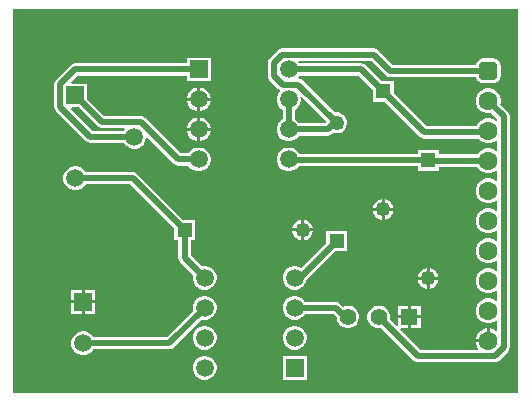
<source format=gbr>
%TF.GenerationSoftware,Altium Limited,Altium Designer,24.10.1 (45)*%
G04 Layer_Physical_Order=2*
G04 Layer_Color=16711680*
%FSLAX45Y45*%
%MOMM*%
%TF.SameCoordinates,84579A9D-6CBE-44F1-8994-53D447095AA9*%
%TF.FilePolarity,Positive*%
%TF.FileFunction,Copper,L2,Bot,Signal*%
%TF.Part,Single*%
G01*
G75*
%TA.AperFunction,Conductor*%
%ADD10C,0.50800*%
%TA.AperFunction,ComponentPad*%
%ADD11R,1.50000X1.50000*%
%ADD12C,1.50000*%
%ADD13R,1.25000X1.25000*%
%ADD14C,1.25000*%
%ADD15R,1.50800X1.50800*%
%ADD16C,1.50800*%
%ADD17R,1.25000X1.25000*%
%ADD18C,1.60000*%
G04:AMPARAMS|DCode=19|XSize=1.6mm|YSize=1.6mm|CornerRadius=0.4mm|HoleSize=0mm|Usage=FLASHONLY|Rotation=270.000|XOffset=0mm|YOffset=0mm|HoleType=Round|Shape=RoundedRectangle|*
%AMROUNDEDRECTD19*
21,1,1.60000,0.80000,0,0,270.0*
21,1,0.80000,1.60000,0,0,270.0*
1,1,0.80000,-0.40000,-0.40000*
1,1,0.80000,-0.40000,0.40000*
1,1,0.80000,0.40000,0.40000*
1,1,0.80000,0.40000,-0.40000*
%
%ADD19ROUNDEDRECTD19*%
%ADD20C,1.40000*%
%ADD21R,1.40000X1.40000*%
G36*
X4279900Y0D02*
X0D01*
Y3251200D01*
X4279900D01*
Y0D01*
D02*
G37*
%LPC*%
G36*
X1675200Y2843600D02*
X1474400D01*
Y2794995D01*
X528058D01*
X508237Y2791053D01*
X491433Y2779825D01*
X367575Y2655967D01*
X356347Y2639163D01*
X352405Y2619342D01*
Y2426458D01*
X356347Y2406637D01*
X367575Y2389833D01*
X621133Y2136275D01*
X637937Y2125047D01*
X657758Y2121105D01*
X943910D01*
X949740Y2111007D01*
X968508Y2092240D01*
X991493Y2078969D01*
X1017130Y2072100D01*
X1043671D01*
X1069307Y2078969D01*
X1092292Y2092240D01*
X1111060Y2111007D01*
X1124330Y2133993D01*
X1131200Y2159629D01*
Y2160731D01*
X1142933Y2165591D01*
X1363949Y1944575D01*
X1380752Y1933347D01*
X1400574Y1929405D01*
X1488772D01*
X1494460Y1919553D01*
X1513153Y1900860D01*
X1536047Y1887642D01*
X1561582Y1880800D01*
X1588018D01*
X1613553Y1887642D01*
X1636447Y1900860D01*
X1655140Y1919553D01*
X1668358Y1942447D01*
X1675200Y1967982D01*
Y1994418D01*
X1668358Y2019953D01*
X1655140Y2042847D01*
X1636447Y2061540D01*
X1613553Y2074758D01*
X1588018Y2081600D01*
X1561582D01*
X1536047Y2074758D01*
X1513153Y2061540D01*
X1494460Y2042847D01*
X1488772Y2032995D01*
X1422028D01*
X1119298Y2335725D01*
X1102495Y2346953D01*
X1082674Y2350895D01*
X775654D01*
X631200Y2495350D01*
Y2623700D01*
X498401D01*
X493541Y2635433D01*
X549512Y2691405D01*
X1474400D01*
Y2642800D01*
X1675200D01*
Y2843600D01*
D02*
G37*
G36*
X3059301Y2920795D02*
X2284692D01*
X2264871Y2916853D01*
X2248067Y2905625D01*
X2174375Y2831933D01*
X2163147Y2815129D01*
X2159205Y2795308D01*
Y2691092D01*
X2163147Y2671271D01*
X2174375Y2654467D01*
X2250467Y2578375D01*
X2259795Y2572143D01*
X2261871Y2556258D01*
X2256460Y2550847D01*
X2243242Y2527953D01*
X2236400Y2502418D01*
Y2475982D01*
X2243242Y2450447D01*
X2256460Y2427553D01*
X2275153Y2408860D01*
X2285005Y2403172D01*
Y2321228D01*
X2275153Y2315540D01*
X2256460Y2296847D01*
X2243242Y2273953D01*
X2236400Y2248418D01*
Y2221982D01*
X2243242Y2196447D01*
X2256460Y2173553D01*
X2275153Y2154860D01*
X2298047Y2141642D01*
X2323582Y2134800D01*
X2350018D01*
X2375553Y2141642D01*
X2398447Y2154860D01*
X2417140Y2173553D01*
X2422828Y2183405D01*
X2667622D01*
X2687443Y2187347D01*
X2704246Y2198575D01*
X2713365Y2207694D01*
X2731628Y2202800D01*
X2754772D01*
X2777128Y2208790D01*
X2797172Y2220363D01*
X2813537Y2236728D01*
X2825110Y2256772D01*
X2831100Y2279128D01*
Y2302272D01*
X2825110Y2324628D01*
X2813537Y2344672D01*
X2797172Y2361037D01*
X2777128Y2372610D01*
X2754772Y2378600D01*
X2731628D01*
X2729200Y2377950D01*
X2455525Y2651625D01*
X2438721Y2662853D01*
X2420104Y2666556D01*
X2416800Y2671865D01*
X2414062Y2678475D01*
X2417140Y2681553D01*
X2422828Y2691405D01*
X2929646D01*
X3049000Y2572051D01*
Y2469500D01*
X3151550D01*
X3447875Y2173175D01*
X3464679Y2161947D01*
X3484500Y2158005D01*
X3941431D01*
X3941559Y2157783D01*
X3961183Y2138159D01*
X3985217Y2124283D01*
X4012024Y2117100D01*
X4039776D01*
X4066583Y2124283D01*
X4090617Y2138159D01*
X4093172Y2140714D01*
X4104905Y2135853D01*
Y2055147D01*
X4093172Y2050286D01*
X4090617Y2052841D01*
X4066583Y2066717D01*
X4039776Y2073900D01*
X4012024D01*
X3985217Y2066717D01*
X3961183Y2052841D01*
X3941559Y2033217D01*
X3935455Y2022645D01*
X3605800D01*
Y2061100D01*
X3430000D01*
Y2028995D01*
X2425137D01*
X2417140Y2042847D01*
X2398447Y2061540D01*
X2375553Y2074758D01*
X2350018Y2081600D01*
X2323582D01*
X2298047Y2074758D01*
X2275153Y2061540D01*
X2256460Y2042847D01*
X2243242Y2019953D01*
X2236400Y1994418D01*
Y1967982D01*
X2243242Y1942447D01*
X2256460Y1919553D01*
X2275153Y1900860D01*
X2298047Y1887642D01*
X2323582Y1880800D01*
X2350018D01*
X2375553Y1887642D01*
X2398447Y1900860D01*
X2417140Y1919553D01*
X2420519Y1925405D01*
X3430000D01*
Y1885300D01*
X3605800D01*
Y1919055D01*
X3932742D01*
X3941559Y1903783D01*
X3961183Y1884159D01*
X3985217Y1870283D01*
X4012024Y1863100D01*
X4039776D01*
X4066583Y1870283D01*
X4090617Y1884159D01*
X4093172Y1886714D01*
X4104905Y1881853D01*
Y1801147D01*
X4093172Y1796286D01*
X4090617Y1798841D01*
X4066583Y1812717D01*
X4039776Y1819900D01*
X4012024D01*
X3985217Y1812717D01*
X3961183Y1798841D01*
X3941559Y1779217D01*
X3927683Y1755183D01*
X3920500Y1728376D01*
Y1700624D01*
X3927683Y1673817D01*
X3941559Y1649783D01*
X3961183Y1630159D01*
X3985217Y1616283D01*
X4012024Y1609100D01*
X4039776D01*
X4066583Y1616283D01*
X4090617Y1630159D01*
X4093172Y1632714D01*
X4104905Y1627853D01*
Y1547147D01*
X4093172Y1542286D01*
X4090617Y1544841D01*
X4066583Y1558717D01*
X4039776Y1565900D01*
X4012024D01*
X3985217Y1558717D01*
X3961183Y1544841D01*
X3941559Y1525217D01*
X3927683Y1501183D01*
X3920500Y1474376D01*
Y1446624D01*
X3927683Y1419817D01*
X3941559Y1395783D01*
X3961183Y1376159D01*
X3985217Y1362283D01*
X4012024Y1355100D01*
X4039776D01*
X4066583Y1362283D01*
X4090617Y1376159D01*
X4093172Y1378714D01*
X4104905Y1373853D01*
Y1293147D01*
X4093172Y1288286D01*
X4090617Y1290841D01*
X4066583Y1304717D01*
X4039776Y1311900D01*
X4012024D01*
X3985217Y1304717D01*
X3961183Y1290841D01*
X3941559Y1271217D01*
X3927683Y1247183D01*
X3920500Y1220376D01*
Y1192624D01*
X3927683Y1165817D01*
X3941559Y1141783D01*
X3961183Y1122159D01*
X3985217Y1108283D01*
X4012024Y1101100D01*
X4039776D01*
X4066583Y1108283D01*
X4090617Y1122159D01*
X4093172Y1124714D01*
X4104905Y1119853D01*
Y1039147D01*
X4093172Y1034286D01*
X4090617Y1036841D01*
X4066583Y1050717D01*
X4039776Y1057900D01*
X4012024D01*
X3985217Y1050717D01*
X3961183Y1036841D01*
X3941559Y1017217D01*
X3927683Y993183D01*
X3920500Y966376D01*
Y938624D01*
X3927683Y911817D01*
X3941559Y887783D01*
X3961183Y868159D01*
X3985217Y854283D01*
X4012024Y847100D01*
X4039776D01*
X4066583Y854283D01*
X4090617Y868159D01*
X4093172Y870714D01*
X4104905Y865853D01*
Y785147D01*
X4093172Y780286D01*
X4090617Y782841D01*
X4066583Y796717D01*
X4039776Y803900D01*
X4012024D01*
X3985217Y796717D01*
X3961183Y782841D01*
X3941559Y763217D01*
X3927683Y739183D01*
X3920500Y712376D01*
Y684624D01*
X3927683Y657817D01*
X3941559Y633783D01*
X3961183Y614159D01*
X3985217Y600283D01*
X4012024Y593100D01*
X4039776D01*
X4066583Y600283D01*
X4090617Y614159D01*
X4093172Y616714D01*
X4104905Y611853D01*
Y531147D01*
X4093172Y526286D01*
X4090617Y528841D01*
X4066583Y542717D01*
X4039776Y549900D01*
X4038600D01*
Y444500D01*
X4025900D01*
Y431800D01*
X3920500D01*
Y430624D01*
X3927683Y403817D01*
X3941559Y379783D01*
X3944114Y377228D01*
X3939253Y365495D01*
X3454254D01*
X3279183Y540567D01*
X3284043Y552300D01*
X3346100D01*
Y635000D01*
X3263400D01*
Y572943D01*
X3251667Y568083D01*
X3192173Y627576D01*
X3194200Y635140D01*
Y660260D01*
X3187698Y684523D01*
X3175139Y706277D01*
X3157377Y724039D01*
X3135623Y736598D01*
X3111360Y743100D01*
X3086240D01*
X3061977Y736598D01*
X3040223Y724039D01*
X3022461Y706277D01*
X3009902Y684523D01*
X3003400Y660260D01*
Y635140D01*
X3009902Y610877D01*
X3022461Y589123D01*
X3040223Y571361D01*
X3061977Y558802D01*
X3086240Y552300D01*
X3111360D01*
X3118924Y554327D01*
X3396175Y277075D01*
X3412979Y265847D01*
X3432800Y261904D01*
X3432801Y261905D01*
X4080079D01*
X4099900Y265847D01*
X4116704Y277075D01*
X4193325Y353696D01*
X4204553Y370500D01*
X4208495Y390321D01*
Y2345700D01*
X4204553Y2365521D01*
X4193325Y2382325D01*
X4127438Y2448212D01*
X4131300Y2462624D01*
Y2490376D01*
X4124117Y2517183D01*
X4110241Y2541217D01*
X4090617Y2560841D01*
X4066583Y2574717D01*
X4039776Y2581900D01*
X4012024D01*
X3985217Y2574717D01*
X3961183Y2560841D01*
X3941559Y2541217D01*
X3927683Y2517183D01*
X3920500Y2490376D01*
Y2462624D01*
X3927683Y2435817D01*
X3941559Y2411783D01*
X3961183Y2392159D01*
X3985217Y2378283D01*
X4012024Y2371100D01*
X4039776D01*
X4054188Y2374962D01*
X4104905Y2324246D01*
Y2309147D01*
X4093172Y2304286D01*
X4090617Y2306841D01*
X4066583Y2320717D01*
X4039776Y2327900D01*
X4012024D01*
X3985217Y2320717D01*
X3961183Y2306841D01*
X3941559Y2287217D01*
X3927683Y2263183D01*
X3927258Y2261595D01*
X3505954D01*
X3224800Y2542750D01*
Y2645300D01*
X3122249D01*
X2987725Y2779825D01*
X2970921Y2791053D01*
X2951100Y2794995D01*
X2422828D01*
X2417140Y2804847D01*
X2416515Y2805472D01*
X2421376Y2817205D01*
X3037847D01*
X3161177Y2693875D01*
X3177980Y2682647D01*
X3197802Y2678705D01*
X3921489D01*
X3922183Y2673427D01*
X3928773Y2657518D01*
X3939256Y2643856D01*
X3952918Y2633373D01*
X3968827Y2626783D01*
X3985900Y2624536D01*
X4065900D01*
X4082973Y2626783D01*
X4098882Y2633373D01*
X4112544Y2643856D01*
X4123027Y2657518D01*
X4129617Y2673427D01*
X4131864Y2690500D01*
Y2770500D01*
X4129617Y2787573D01*
X4123027Y2803482D01*
X4112544Y2817144D01*
X4098882Y2827627D01*
X4082973Y2834217D01*
X4065900Y2836464D01*
X3985900D01*
X3968827Y2834217D01*
X3952918Y2827627D01*
X3939256Y2817144D01*
X3928773Y2803482D01*
X3922183Y2787573D01*
X3921489Y2782295D01*
X3219256D01*
X3095926Y2905625D01*
X3079123Y2916853D01*
X3059301Y2920795D01*
D02*
G37*
G36*
X1588018Y2589600D02*
X1587500D01*
Y2501900D01*
X1675200D01*
Y2502418D01*
X1668358Y2527953D01*
X1655140Y2550847D01*
X1636447Y2569540D01*
X1613553Y2582758D01*
X1588018Y2589600D01*
D02*
G37*
G36*
X1562100D02*
X1561582D01*
X1536047Y2582758D01*
X1513153Y2569540D01*
X1494460Y2550847D01*
X1481242Y2527953D01*
X1474400Y2502418D01*
Y2501900D01*
X1562100D01*
Y2589600D01*
D02*
G37*
G36*
X1675200Y2476500D02*
X1587500D01*
Y2388800D01*
X1588018D01*
X1613553Y2395642D01*
X1636447Y2408860D01*
X1655140Y2427553D01*
X1668358Y2450447D01*
X1675200Y2475982D01*
Y2476500D01*
D02*
G37*
G36*
X1562100D02*
X1474400D01*
Y2475982D01*
X1481242Y2450447D01*
X1494460Y2427553D01*
X1513153Y2408860D01*
X1536047Y2395642D01*
X1561582Y2388800D01*
X1562100D01*
Y2476500D01*
D02*
G37*
G36*
X1588018Y2335600D02*
X1587500D01*
Y2247900D01*
X1675200D01*
Y2248418D01*
X1668358Y2273953D01*
X1655140Y2296847D01*
X1636447Y2315540D01*
X1613553Y2328758D01*
X1588018Y2335600D01*
D02*
G37*
G36*
X1562100D02*
X1561582D01*
X1536047Y2328758D01*
X1513153Y2315540D01*
X1494460Y2296847D01*
X1481242Y2273953D01*
X1474400Y2248418D01*
Y2247900D01*
X1562100D01*
Y2335600D01*
D02*
G37*
G36*
X1675200Y2222500D02*
X1587500D01*
Y2134800D01*
X1588018D01*
X1613553Y2141642D01*
X1636447Y2154860D01*
X1655140Y2173553D01*
X1668358Y2196447D01*
X1675200Y2221982D01*
Y2222500D01*
D02*
G37*
G36*
X1562100D02*
X1474400D01*
Y2221982D01*
X1481242Y2196447D01*
X1494460Y2173553D01*
X1513153Y2154860D01*
X1536047Y2141642D01*
X1561582Y2134800D01*
X1562100D01*
Y2222500D01*
D02*
G37*
G36*
X3149600Y1644998D02*
Y1570100D01*
X3224498D01*
X3218810Y1591328D01*
X3207237Y1611372D01*
X3190872Y1627737D01*
X3170828Y1639310D01*
X3149600Y1644998D01*
D02*
G37*
G36*
X3124200D02*
X3102972Y1639310D01*
X3082928Y1627737D01*
X3066563Y1611372D01*
X3054990Y1591328D01*
X3049302Y1570100D01*
X3124200D01*
Y1644998D01*
D02*
G37*
G36*
X3224498Y1544700D02*
X3149600D01*
Y1469802D01*
X3170828Y1475490D01*
X3190872Y1487063D01*
X3207237Y1503428D01*
X3218810Y1523472D01*
X3224498Y1544700D01*
D02*
G37*
G36*
X3124200D02*
X3049302D01*
X3054990Y1523472D01*
X3066563Y1503428D01*
X3082928Y1487063D01*
X3102972Y1475490D01*
X3124200Y1469802D01*
Y1544700D01*
D02*
G37*
G36*
X2468500Y1471898D02*
Y1397000D01*
X2543398D01*
X2537710Y1418228D01*
X2526137Y1438272D01*
X2509772Y1454637D01*
X2489728Y1466210D01*
X2468500Y1471898D01*
D02*
G37*
G36*
X2443100D02*
X2421872Y1466210D01*
X2401828Y1454637D01*
X2385463Y1438272D01*
X2373890Y1418228D01*
X2368202Y1397000D01*
X2443100D01*
Y1471898D01*
D02*
G37*
G36*
X2543398Y1371600D02*
X2468500D01*
Y1296702D01*
X2489728Y1302390D01*
X2509772Y1313963D01*
X2526137Y1330328D01*
X2537710Y1350372D01*
X2543398Y1371600D01*
D02*
G37*
G36*
X2443100D02*
X2368202D01*
X2373890Y1350372D01*
X2385463Y1330328D01*
X2401828Y1313963D01*
X2421872Y1302390D01*
X2443100Y1296702D01*
Y1371600D01*
D02*
G37*
G36*
X2831100Y1378600D02*
X2655300D01*
Y1276050D01*
X2441794Y1062543D01*
X2426353Y1071458D01*
X2400818Y1078300D01*
X2374382D01*
X2348847Y1071458D01*
X2325953Y1058240D01*
X2307260Y1039547D01*
X2294042Y1016653D01*
X2287200Y991118D01*
Y964682D01*
X2294042Y939147D01*
X2307260Y916253D01*
X2325953Y897560D01*
X2348847Y884342D01*
X2374382Y877500D01*
X2400818D01*
X2426353Y884342D01*
X2449247Y897560D01*
X2467940Y916253D01*
X2481158Y939147D01*
X2487110Y961360D01*
X2728550Y1202800D01*
X2831100D01*
Y1378600D01*
D02*
G37*
G36*
X3530600Y1060798D02*
Y985900D01*
X3605498D01*
X3599810Y1007128D01*
X3588237Y1027172D01*
X3571872Y1043537D01*
X3551828Y1055110D01*
X3530600Y1060798D01*
D02*
G37*
G36*
X3505200D02*
X3483972Y1055110D01*
X3463928Y1043537D01*
X3447563Y1027172D01*
X3435990Y1007128D01*
X3430302Y985900D01*
X3505200D01*
Y1060798D01*
D02*
G37*
G36*
X3605498Y960500D02*
X3530600D01*
Y885602D01*
X3551828Y891290D01*
X3571872Y902863D01*
X3588237Y919228D01*
X3599810Y939272D01*
X3605498Y960500D01*
D02*
G37*
G36*
X3505200D02*
X3430302D01*
X3435990Y939272D01*
X3447563Y919228D01*
X3463928Y902863D01*
X3483972Y891290D01*
X3505200Y885602D01*
Y960500D01*
D02*
G37*
G36*
X543670Y1923700D02*
X517130D01*
X491493Y1916831D01*
X468508Y1903560D01*
X449740Y1884793D01*
X436470Y1861807D01*
X429600Y1836171D01*
Y1809630D01*
X436470Y1783993D01*
X449740Y1761008D01*
X468508Y1742240D01*
X491493Y1728970D01*
X517130Y1722100D01*
X543670D01*
X569307Y1728970D01*
X592292Y1742240D01*
X611060Y1761008D01*
X616890Y1771105D01*
X995746D01*
X1367900Y1398950D01*
Y1296400D01*
X1404005D01*
Y1147700D01*
X1407947Y1127879D01*
X1419175Y1111075D01*
X1528144Y1002106D01*
X1525200Y991118D01*
Y964682D01*
X1532042Y939147D01*
X1545260Y916253D01*
X1563953Y897560D01*
X1586847Y884342D01*
X1612382Y877500D01*
X1638818D01*
X1664353Y884342D01*
X1687247Y897560D01*
X1705940Y916253D01*
X1719158Y939147D01*
X1726000Y964682D01*
Y991118D01*
X1719158Y1016653D01*
X1705940Y1039547D01*
X1687247Y1058240D01*
X1664353Y1071458D01*
X1638818Y1078300D01*
X1612382D01*
X1601394Y1075356D01*
X1507595Y1169154D01*
Y1296400D01*
X1543700D01*
Y1472200D01*
X1441150D01*
X1053825Y1859525D01*
X1037021Y1870753D01*
X1017200Y1874695D01*
X616890D01*
X611060Y1884793D01*
X592292Y1903560D01*
X569307Y1916831D01*
X543670Y1923700D01*
D02*
G37*
G36*
X697700Y875500D02*
X609600D01*
Y787400D01*
X697700D01*
Y875500D01*
D02*
G37*
G36*
X584200D02*
X496100D01*
Y787400D01*
X584200D01*
Y875500D01*
D02*
G37*
G36*
X697700Y762000D02*
X609600D01*
Y673900D01*
X697700D01*
Y762000D01*
D02*
G37*
G36*
X584200D02*
X496100D01*
Y673900D01*
X584200D01*
Y762000D01*
D02*
G37*
G36*
X3454200Y743100D02*
X3371500D01*
Y660400D01*
X3454200D01*
Y743100D01*
D02*
G37*
G36*
X3346100D02*
X3263400D01*
Y660400D01*
X3346100D01*
Y743100D01*
D02*
G37*
G36*
X1638818Y824300D02*
X1612382D01*
X1586847Y817458D01*
X1563953Y804240D01*
X1545260Y785547D01*
X1532042Y762653D01*
X1525200Y737118D01*
Y710682D01*
X1528144Y699694D01*
X1304946Y476495D01*
X683390D01*
X677560Y486593D01*
X658792Y505360D01*
X635807Y518631D01*
X610170Y525500D01*
X583630D01*
X557993Y518631D01*
X535008Y505360D01*
X516240Y486593D01*
X502970Y463607D01*
X496100Y437971D01*
Y411430D01*
X502970Y385793D01*
X516240Y362808D01*
X535008Y344040D01*
X557993Y330770D01*
X583630Y323900D01*
X610170D01*
X635807Y330770D01*
X658792Y344040D01*
X677560Y362808D01*
X683390Y372905D01*
X1326400D01*
X1346221Y376848D01*
X1363025Y388075D01*
X1601394Y626444D01*
X1612382Y623500D01*
X1638818D01*
X1664353Y630342D01*
X1687247Y643560D01*
X1705940Y662253D01*
X1719158Y685147D01*
X1726000Y710682D01*
Y737118D01*
X1719158Y762653D01*
X1705940Y785547D01*
X1687247Y804240D01*
X1664353Y817458D01*
X1638818Y824300D01*
D02*
G37*
G36*
X3454200Y635000D02*
X3371500D01*
Y552300D01*
X3454200D01*
Y635000D01*
D02*
G37*
G36*
X2400818Y824300D02*
X2374382D01*
X2348847Y817458D01*
X2325953Y804240D01*
X2307260Y785547D01*
X2294042Y762653D01*
X2287200Y737118D01*
Y710682D01*
X2294042Y685147D01*
X2307260Y662253D01*
X2325953Y643560D01*
X2348847Y630342D01*
X2374382Y623500D01*
X2400818D01*
X2426353Y630342D01*
X2449247Y643560D01*
X2467940Y662253D01*
X2473628Y672105D01*
X2717008D01*
X2743400Y645713D01*
Y635140D01*
X2749902Y610877D01*
X2762461Y589123D01*
X2780223Y571361D01*
X2801977Y558802D01*
X2826240Y552300D01*
X2851360D01*
X2875623Y558802D01*
X2897377Y571361D01*
X2915139Y589123D01*
X2927698Y610877D01*
X2934200Y635140D01*
Y660260D01*
X2927698Y684523D01*
X2915139Y706277D01*
X2897377Y724039D01*
X2875623Y736598D01*
X2851360Y743100D01*
X2826240D01*
X2801977Y736598D01*
X2800098Y735514D01*
X2775087Y760525D01*
X2758284Y771753D01*
X2738463Y775695D01*
X2473628D01*
X2467940Y785547D01*
X2449247Y804240D01*
X2426353Y817458D01*
X2400818Y824300D01*
D02*
G37*
G36*
X4013200Y549900D02*
X4012024D01*
X3985217Y542717D01*
X3961183Y528841D01*
X3941559Y509217D01*
X3927683Y485183D01*
X3920500Y458376D01*
Y457200D01*
X4013200D01*
Y549900D01*
D02*
G37*
G36*
X2400818Y570300D02*
X2374382D01*
X2348847Y563458D01*
X2325953Y550240D01*
X2307260Y531547D01*
X2294042Y508653D01*
X2287200Y483118D01*
Y456682D01*
X2294042Y431147D01*
X2307260Y408253D01*
X2325953Y389560D01*
X2348847Y376342D01*
X2374382Y369500D01*
X2400818D01*
X2426353Y376342D01*
X2449247Y389560D01*
X2467940Y408253D01*
X2481158Y431147D01*
X2488000Y456682D01*
Y483118D01*
X2481158Y508653D01*
X2467940Y531547D01*
X2449247Y550240D01*
X2426353Y563458D01*
X2400818Y570300D01*
D02*
G37*
G36*
X1638818D02*
X1612382D01*
X1586847Y563458D01*
X1563953Y550240D01*
X1545260Y531547D01*
X1532042Y508653D01*
X1525200Y483118D01*
Y456682D01*
X1532042Y431147D01*
X1545260Y408253D01*
X1563953Y389560D01*
X1586847Y376342D01*
X1612382Y369500D01*
X1638818D01*
X1664353Y376342D01*
X1687247Y389560D01*
X1705940Y408253D01*
X1719158Y431147D01*
X1726000Y456682D01*
Y483118D01*
X1719158Y508653D01*
X1705940Y531547D01*
X1687247Y550240D01*
X1664353Y563458D01*
X1638818Y570300D01*
D02*
G37*
G36*
X2488000Y316300D02*
X2287200D01*
Y115500D01*
X2488000D01*
Y316300D01*
D02*
G37*
G36*
X1638818D02*
X1612382D01*
X1586847Y309458D01*
X1563953Y296240D01*
X1545260Y277547D01*
X1532042Y254653D01*
X1525200Y229118D01*
Y202682D01*
X1532042Y177147D01*
X1545260Y154253D01*
X1563953Y135560D01*
X1586847Y122342D01*
X1612382Y115500D01*
X1638818D01*
X1664353Y122342D01*
X1687247Y135560D01*
X1705940Y154253D01*
X1719158Y177147D01*
X1726000Y202682D01*
Y229118D01*
X1719158Y254653D01*
X1705940Y277547D01*
X1687247Y296240D01*
X1664353Y309458D01*
X1638818Y316300D01*
D02*
G37*
%LPD*%
G36*
X717575Y2262475D02*
X734379Y2251247D01*
X754200Y2247305D01*
X945659D01*
X950519Y2235572D01*
X949740Y2234792D01*
X943910Y2224695D01*
X679212D01*
X493541Y2410367D01*
X498401Y2422100D01*
X557950D01*
X717575Y2262475D01*
D02*
G37*
G36*
X2655950Y2304700D02*
X2655300Y2302272D01*
Y2296128D01*
X2646167Y2286995D01*
X2422828D01*
X2417140Y2296847D01*
X2398447Y2315540D01*
X2388595Y2321228D01*
Y2403172D01*
X2398447Y2408860D01*
X2417140Y2427553D01*
X2430358Y2450447D01*
X2437200Y2475982D01*
Y2502418D01*
X2436075Y2506614D01*
X2447462Y2513189D01*
X2655950Y2304700D01*
D02*
G37*
D10*
X2418900Y2615000D02*
X2743200Y2290700D01*
X2211000Y2691092D02*
X2287092Y2615000D01*
X2211000Y2691092D02*
Y2795308D01*
X2284692Y2869000D01*
X3059301D01*
X2287092Y2615000D02*
X2418900D01*
X3059301Y2869000D02*
X3197802Y2730500D01*
X4025900D01*
Y2476500D02*
X4156700Y2345700D01*
Y390321D02*
Y2345700D01*
X4080079Y313700D02*
X4156700Y390321D01*
X3432800Y313700D02*
X4080079D01*
X3098800Y647700D02*
X3432800Y313700D01*
X2340800Y1977200D02*
X3513900D01*
X2336800Y1981200D02*
X2340800Y1977200D01*
X3513900D02*
X3517900Y1973200D01*
X2387600Y723900D02*
X2738463D01*
X2814663Y647700D02*
X2838800D01*
X2738463Y723900D02*
X2814663Y647700D01*
X2387600Y977900D02*
X2406581Y996881D01*
X2449381D01*
X1030400Y2172900D02*
Y2198800D01*
X1400574Y1981200D02*
X1574800D01*
X1082674Y2299100D02*
X1400574Y1981200D01*
X3517900Y1973200D02*
X3520250Y1970850D01*
X2336800Y2235200D02*
Y2489200D01*
Y2235200D02*
X2667622D01*
X2705722Y2273300D01*
X4013200Y2209800D02*
X4025900Y2222500D01*
X4023550Y1970850D02*
X4025900Y1968500D01*
X3484500Y2209800D02*
X4013200D01*
X3520250Y1970850D02*
X4023550D01*
X1455800Y1147700D02*
Y1384300D01*
Y1147700D02*
X1625600Y977900D01*
X1326400Y424700D02*
X1625600Y723900D01*
X2449381Y996881D02*
X2743200Y1290700D01*
X528058Y2743200D02*
X1574800D01*
X404200Y2426458D02*
Y2619342D01*
X3136900Y2557400D02*
X3484500Y2209800D01*
X754200Y2299100D02*
X1082674D01*
X530400Y2522900D02*
X754200Y2299100D01*
X404200Y2426458D02*
X657758Y2172900D01*
X404200Y2619342D02*
X528058Y2743200D01*
X657758Y2172900D02*
X1030400D01*
X1017200Y1822900D02*
X1455800Y1384300D01*
X530400Y1822900D02*
X1017200D01*
X596900Y424700D02*
X1326400D01*
X2336800Y2743200D02*
X2951100D01*
X3136900Y2557400D01*
D11*
X1574800Y2743200D02*
D03*
X2387600Y215900D02*
D03*
D12*
X1574800Y2489200D02*
D03*
Y2235200D02*
D03*
Y1981200D02*
D03*
X2336800Y2743200D02*
D03*
Y2489200D02*
D03*
Y2235200D02*
D03*
Y1981200D02*
D03*
X2387600Y469900D02*
D03*
Y723900D02*
D03*
Y977900D02*
D03*
X1625600Y215900D02*
D03*
Y469900D02*
D03*
Y723900D02*
D03*
Y977900D02*
D03*
D13*
X1455800Y1384300D02*
D03*
D14*
X2455800D02*
D03*
X3136900Y1557400D02*
D03*
X2743200Y2290700D02*
D03*
X3517900Y973200D02*
D03*
D15*
X596900Y774700D02*
D03*
X530400Y2522900D02*
D03*
D16*
X596900Y424700D02*
D03*
X1030400Y2172900D02*
D03*
X530400Y1822900D02*
D03*
D17*
X3136900Y2557400D02*
D03*
X2743200Y1290700D02*
D03*
X3517900Y1973200D02*
D03*
D18*
X4025900Y444500D02*
D03*
Y698500D02*
D03*
Y1460500D02*
D03*
Y1968500D02*
D03*
Y2476500D02*
D03*
Y2222500D02*
D03*
Y1714500D02*
D03*
Y1206500D02*
D03*
Y952500D02*
D03*
D19*
Y2730500D02*
D03*
D20*
X3098800Y647700D02*
D03*
X2838800D02*
D03*
D21*
X3358800D02*
D03*
%TF.MD5,65a99bac5f3d20e1dc6efde49aae5654*%
M02*

</source>
